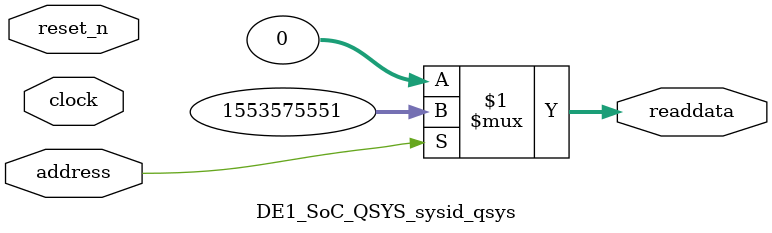
<source format=v>

`timescale 1ns / 1ps
// synthesis translate_on

// turn off superfluous verilog processor warnings 
// altera message_level Level1 
// altera message_off 10034 10035 10036 10037 10230 10240 10030 

module DE1_SoC_QSYS_sysid_qsys (
               // inputs:
                address,
                clock,
                reset_n,

               // outputs:
                readdata
             )
;

  output  [ 31: 0] readdata;
  input            address;
  input            clock;
  input            reset_n;

  wire    [ 31: 0] readdata;
  //control_slave, which is an e_avalon_slave
  assign readdata = address ? 1553575551 : 0;

endmodule




</source>
